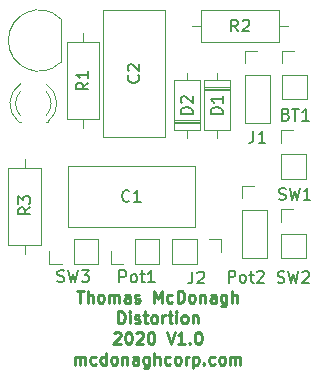
<source format=gbr>
%TF.GenerationSoftware,KiCad,Pcbnew,(5.1.6)-1*%
%TF.CreationDate,2020-10-05T12:39:47-05:00*%
%TF.ProjectId,Distortion,44697374-6f72-4746-996f-6e2e6b696361,rev?*%
%TF.SameCoordinates,Original*%
%TF.FileFunction,Legend,Top*%
%TF.FilePolarity,Positive*%
%FSLAX46Y46*%
G04 Gerber Fmt 4.6, Leading zero omitted, Abs format (unit mm)*
G04 Created by KiCad (PCBNEW (5.1.6)-1) date 2020-10-05 12:39:47*
%MOMM*%
%LPD*%
G01*
G04 APERTURE LIST*
%ADD10C,0.250000*%
%ADD11C,0.120000*%
%ADD12C,0.150000*%
G04 APERTURE END LIST*
D10*
X129032857Y-109222380D02*
X129604285Y-109222380D01*
X129318571Y-110222380D02*
X129318571Y-109222380D01*
X129937619Y-110222380D02*
X129937619Y-109222380D01*
X130366190Y-110222380D02*
X130366190Y-109698571D01*
X130318571Y-109603333D01*
X130223333Y-109555714D01*
X130080476Y-109555714D01*
X129985238Y-109603333D01*
X129937619Y-109650952D01*
X130985238Y-110222380D02*
X130890000Y-110174761D01*
X130842380Y-110127142D01*
X130794761Y-110031904D01*
X130794761Y-109746190D01*
X130842380Y-109650952D01*
X130890000Y-109603333D01*
X130985238Y-109555714D01*
X131128095Y-109555714D01*
X131223333Y-109603333D01*
X131270952Y-109650952D01*
X131318571Y-109746190D01*
X131318571Y-110031904D01*
X131270952Y-110127142D01*
X131223333Y-110174761D01*
X131128095Y-110222380D01*
X130985238Y-110222380D01*
X131747142Y-110222380D02*
X131747142Y-109555714D01*
X131747142Y-109650952D02*
X131794761Y-109603333D01*
X131890000Y-109555714D01*
X132032857Y-109555714D01*
X132128095Y-109603333D01*
X132175714Y-109698571D01*
X132175714Y-110222380D01*
X132175714Y-109698571D02*
X132223333Y-109603333D01*
X132318571Y-109555714D01*
X132461428Y-109555714D01*
X132556666Y-109603333D01*
X132604285Y-109698571D01*
X132604285Y-110222380D01*
X133509047Y-110222380D02*
X133509047Y-109698571D01*
X133461428Y-109603333D01*
X133366190Y-109555714D01*
X133175714Y-109555714D01*
X133080476Y-109603333D01*
X133509047Y-110174761D02*
X133413809Y-110222380D01*
X133175714Y-110222380D01*
X133080476Y-110174761D01*
X133032857Y-110079523D01*
X133032857Y-109984285D01*
X133080476Y-109889047D01*
X133175714Y-109841428D01*
X133413809Y-109841428D01*
X133509047Y-109793809D01*
X133937619Y-110174761D02*
X134032857Y-110222380D01*
X134223333Y-110222380D01*
X134318571Y-110174761D01*
X134366190Y-110079523D01*
X134366190Y-110031904D01*
X134318571Y-109936666D01*
X134223333Y-109889047D01*
X134080476Y-109889047D01*
X133985238Y-109841428D01*
X133937619Y-109746190D01*
X133937619Y-109698571D01*
X133985238Y-109603333D01*
X134080476Y-109555714D01*
X134223333Y-109555714D01*
X134318571Y-109603333D01*
X135556666Y-110222380D02*
X135556666Y-109222380D01*
X135890000Y-109936666D01*
X136223333Y-109222380D01*
X136223333Y-110222380D01*
X137128095Y-110174761D02*
X137032857Y-110222380D01*
X136842380Y-110222380D01*
X136747142Y-110174761D01*
X136699523Y-110127142D01*
X136651904Y-110031904D01*
X136651904Y-109746190D01*
X136699523Y-109650952D01*
X136747142Y-109603333D01*
X136842380Y-109555714D01*
X137032857Y-109555714D01*
X137128095Y-109603333D01*
X137556666Y-110222380D02*
X137556666Y-109222380D01*
X137794761Y-109222380D01*
X137937619Y-109270000D01*
X138032857Y-109365238D01*
X138080476Y-109460476D01*
X138128095Y-109650952D01*
X138128095Y-109793809D01*
X138080476Y-109984285D01*
X138032857Y-110079523D01*
X137937619Y-110174761D01*
X137794761Y-110222380D01*
X137556666Y-110222380D01*
X138699523Y-110222380D02*
X138604285Y-110174761D01*
X138556666Y-110127142D01*
X138509047Y-110031904D01*
X138509047Y-109746190D01*
X138556666Y-109650952D01*
X138604285Y-109603333D01*
X138699523Y-109555714D01*
X138842380Y-109555714D01*
X138937619Y-109603333D01*
X138985238Y-109650952D01*
X139032857Y-109746190D01*
X139032857Y-110031904D01*
X138985238Y-110127142D01*
X138937619Y-110174761D01*
X138842380Y-110222380D01*
X138699523Y-110222380D01*
X139461428Y-109555714D02*
X139461428Y-110222380D01*
X139461428Y-109650952D02*
X139509047Y-109603333D01*
X139604285Y-109555714D01*
X139747142Y-109555714D01*
X139842380Y-109603333D01*
X139890000Y-109698571D01*
X139890000Y-110222380D01*
X140794761Y-110222380D02*
X140794761Y-109698571D01*
X140747142Y-109603333D01*
X140651904Y-109555714D01*
X140461428Y-109555714D01*
X140366190Y-109603333D01*
X140794761Y-110174761D02*
X140699523Y-110222380D01*
X140461428Y-110222380D01*
X140366190Y-110174761D01*
X140318571Y-110079523D01*
X140318571Y-109984285D01*
X140366190Y-109889047D01*
X140461428Y-109841428D01*
X140699523Y-109841428D01*
X140794761Y-109793809D01*
X141699523Y-109555714D02*
X141699523Y-110365238D01*
X141651904Y-110460476D01*
X141604285Y-110508095D01*
X141509047Y-110555714D01*
X141366190Y-110555714D01*
X141270952Y-110508095D01*
X141699523Y-110174761D02*
X141604285Y-110222380D01*
X141413809Y-110222380D01*
X141318571Y-110174761D01*
X141270952Y-110127142D01*
X141223333Y-110031904D01*
X141223333Y-109746190D01*
X141270952Y-109650952D01*
X141318571Y-109603333D01*
X141413809Y-109555714D01*
X141604285Y-109555714D01*
X141699523Y-109603333D01*
X142175714Y-110222380D02*
X142175714Y-109222380D01*
X142604285Y-110222380D02*
X142604285Y-109698571D01*
X142556666Y-109603333D01*
X142461428Y-109555714D01*
X142318571Y-109555714D01*
X142223333Y-109603333D01*
X142175714Y-109650952D01*
X132509047Y-111972380D02*
X132509047Y-110972380D01*
X132747142Y-110972380D01*
X132890000Y-111020000D01*
X132985238Y-111115238D01*
X133032857Y-111210476D01*
X133080476Y-111400952D01*
X133080476Y-111543809D01*
X133032857Y-111734285D01*
X132985238Y-111829523D01*
X132890000Y-111924761D01*
X132747142Y-111972380D01*
X132509047Y-111972380D01*
X133509047Y-111972380D02*
X133509047Y-111305714D01*
X133509047Y-110972380D02*
X133461428Y-111020000D01*
X133509047Y-111067619D01*
X133556666Y-111020000D01*
X133509047Y-110972380D01*
X133509047Y-111067619D01*
X133937619Y-111924761D02*
X134032857Y-111972380D01*
X134223333Y-111972380D01*
X134318571Y-111924761D01*
X134366190Y-111829523D01*
X134366190Y-111781904D01*
X134318571Y-111686666D01*
X134223333Y-111639047D01*
X134080476Y-111639047D01*
X133985238Y-111591428D01*
X133937619Y-111496190D01*
X133937619Y-111448571D01*
X133985238Y-111353333D01*
X134080476Y-111305714D01*
X134223333Y-111305714D01*
X134318571Y-111353333D01*
X134651904Y-111305714D02*
X135032857Y-111305714D01*
X134794761Y-110972380D02*
X134794761Y-111829523D01*
X134842380Y-111924761D01*
X134937619Y-111972380D01*
X135032857Y-111972380D01*
X135509047Y-111972380D02*
X135413809Y-111924761D01*
X135366190Y-111877142D01*
X135318571Y-111781904D01*
X135318571Y-111496190D01*
X135366190Y-111400952D01*
X135413809Y-111353333D01*
X135509047Y-111305714D01*
X135651904Y-111305714D01*
X135747142Y-111353333D01*
X135794761Y-111400952D01*
X135842380Y-111496190D01*
X135842380Y-111781904D01*
X135794761Y-111877142D01*
X135747142Y-111924761D01*
X135651904Y-111972380D01*
X135509047Y-111972380D01*
X136270952Y-111972380D02*
X136270952Y-111305714D01*
X136270952Y-111496190D02*
X136318571Y-111400952D01*
X136366190Y-111353333D01*
X136461428Y-111305714D01*
X136556666Y-111305714D01*
X136747142Y-111305714D02*
X137128095Y-111305714D01*
X136890000Y-110972380D02*
X136890000Y-111829523D01*
X136937619Y-111924761D01*
X137032857Y-111972380D01*
X137128095Y-111972380D01*
X137461428Y-111972380D02*
X137461428Y-111305714D01*
X137461428Y-110972380D02*
X137413809Y-111020000D01*
X137461428Y-111067619D01*
X137509047Y-111020000D01*
X137461428Y-110972380D01*
X137461428Y-111067619D01*
X138080476Y-111972380D02*
X137985238Y-111924761D01*
X137937619Y-111877142D01*
X137890000Y-111781904D01*
X137890000Y-111496190D01*
X137937619Y-111400952D01*
X137985238Y-111353333D01*
X138080476Y-111305714D01*
X138223333Y-111305714D01*
X138318571Y-111353333D01*
X138366190Y-111400952D01*
X138413809Y-111496190D01*
X138413809Y-111781904D01*
X138366190Y-111877142D01*
X138318571Y-111924761D01*
X138223333Y-111972380D01*
X138080476Y-111972380D01*
X138842380Y-111305714D02*
X138842380Y-111972380D01*
X138842380Y-111400952D02*
X138890000Y-111353333D01*
X138985238Y-111305714D01*
X139128095Y-111305714D01*
X139223333Y-111353333D01*
X139270952Y-111448571D01*
X139270952Y-111972380D01*
X132175714Y-112817619D02*
X132223333Y-112770000D01*
X132318571Y-112722380D01*
X132556666Y-112722380D01*
X132651904Y-112770000D01*
X132699523Y-112817619D01*
X132747142Y-112912857D01*
X132747142Y-113008095D01*
X132699523Y-113150952D01*
X132128095Y-113722380D01*
X132747142Y-113722380D01*
X133366190Y-112722380D02*
X133461428Y-112722380D01*
X133556666Y-112770000D01*
X133604285Y-112817619D01*
X133651904Y-112912857D01*
X133699523Y-113103333D01*
X133699523Y-113341428D01*
X133651904Y-113531904D01*
X133604285Y-113627142D01*
X133556666Y-113674761D01*
X133461428Y-113722380D01*
X133366190Y-113722380D01*
X133270952Y-113674761D01*
X133223333Y-113627142D01*
X133175714Y-113531904D01*
X133128095Y-113341428D01*
X133128095Y-113103333D01*
X133175714Y-112912857D01*
X133223333Y-112817619D01*
X133270952Y-112770000D01*
X133366190Y-112722380D01*
X134080476Y-112817619D02*
X134128095Y-112770000D01*
X134223333Y-112722380D01*
X134461428Y-112722380D01*
X134556666Y-112770000D01*
X134604285Y-112817619D01*
X134651904Y-112912857D01*
X134651904Y-113008095D01*
X134604285Y-113150952D01*
X134032857Y-113722380D01*
X134651904Y-113722380D01*
X135270952Y-112722380D02*
X135366190Y-112722380D01*
X135461428Y-112770000D01*
X135509047Y-112817619D01*
X135556666Y-112912857D01*
X135604285Y-113103333D01*
X135604285Y-113341428D01*
X135556666Y-113531904D01*
X135509047Y-113627142D01*
X135461428Y-113674761D01*
X135366190Y-113722380D01*
X135270952Y-113722380D01*
X135175714Y-113674761D01*
X135128095Y-113627142D01*
X135080476Y-113531904D01*
X135032857Y-113341428D01*
X135032857Y-113103333D01*
X135080476Y-112912857D01*
X135128095Y-112817619D01*
X135175714Y-112770000D01*
X135270952Y-112722380D01*
X136651904Y-112722380D02*
X136985238Y-113722380D01*
X137318571Y-112722380D01*
X138175714Y-113722380D02*
X137604285Y-113722380D01*
X137890000Y-113722380D02*
X137890000Y-112722380D01*
X137794761Y-112865238D01*
X137699523Y-112960476D01*
X137604285Y-113008095D01*
X138604285Y-113627142D02*
X138651904Y-113674761D01*
X138604285Y-113722380D01*
X138556666Y-113674761D01*
X138604285Y-113627142D01*
X138604285Y-113722380D01*
X139270952Y-112722380D02*
X139366190Y-112722380D01*
X139461428Y-112770000D01*
X139509047Y-112817619D01*
X139556666Y-112912857D01*
X139604285Y-113103333D01*
X139604285Y-113341428D01*
X139556666Y-113531904D01*
X139509047Y-113627142D01*
X139461428Y-113674761D01*
X139366190Y-113722380D01*
X139270952Y-113722380D01*
X139175714Y-113674761D01*
X139128095Y-113627142D01*
X139080476Y-113531904D01*
X139032857Y-113341428D01*
X139032857Y-113103333D01*
X139080476Y-112912857D01*
X139128095Y-112817619D01*
X139175714Y-112770000D01*
X139270952Y-112722380D01*
X128890000Y-115472380D02*
X128890000Y-114805714D01*
X128890000Y-114900952D02*
X128937619Y-114853333D01*
X129032857Y-114805714D01*
X129175714Y-114805714D01*
X129270952Y-114853333D01*
X129318571Y-114948571D01*
X129318571Y-115472380D01*
X129318571Y-114948571D02*
X129366190Y-114853333D01*
X129461428Y-114805714D01*
X129604285Y-114805714D01*
X129699523Y-114853333D01*
X129747142Y-114948571D01*
X129747142Y-115472380D01*
X130651904Y-115424761D02*
X130556666Y-115472380D01*
X130366190Y-115472380D01*
X130270952Y-115424761D01*
X130223333Y-115377142D01*
X130175714Y-115281904D01*
X130175714Y-114996190D01*
X130223333Y-114900952D01*
X130270952Y-114853333D01*
X130366190Y-114805714D01*
X130556666Y-114805714D01*
X130651904Y-114853333D01*
X131509047Y-115472380D02*
X131509047Y-114472380D01*
X131509047Y-115424761D02*
X131413809Y-115472380D01*
X131223333Y-115472380D01*
X131128095Y-115424761D01*
X131080476Y-115377142D01*
X131032857Y-115281904D01*
X131032857Y-114996190D01*
X131080476Y-114900952D01*
X131128095Y-114853333D01*
X131223333Y-114805714D01*
X131413809Y-114805714D01*
X131509047Y-114853333D01*
X132128095Y-115472380D02*
X132032857Y-115424761D01*
X131985238Y-115377142D01*
X131937619Y-115281904D01*
X131937619Y-114996190D01*
X131985238Y-114900952D01*
X132032857Y-114853333D01*
X132128095Y-114805714D01*
X132270952Y-114805714D01*
X132366190Y-114853333D01*
X132413809Y-114900952D01*
X132461428Y-114996190D01*
X132461428Y-115281904D01*
X132413809Y-115377142D01*
X132366190Y-115424761D01*
X132270952Y-115472380D01*
X132128095Y-115472380D01*
X132890000Y-114805714D02*
X132890000Y-115472380D01*
X132890000Y-114900952D02*
X132937619Y-114853333D01*
X133032857Y-114805714D01*
X133175714Y-114805714D01*
X133270952Y-114853333D01*
X133318571Y-114948571D01*
X133318571Y-115472380D01*
X134223333Y-115472380D02*
X134223333Y-114948571D01*
X134175714Y-114853333D01*
X134080476Y-114805714D01*
X133890000Y-114805714D01*
X133794761Y-114853333D01*
X134223333Y-115424761D02*
X134128095Y-115472380D01*
X133890000Y-115472380D01*
X133794761Y-115424761D01*
X133747142Y-115329523D01*
X133747142Y-115234285D01*
X133794761Y-115139047D01*
X133890000Y-115091428D01*
X134128095Y-115091428D01*
X134223333Y-115043809D01*
X135128095Y-114805714D02*
X135128095Y-115615238D01*
X135080476Y-115710476D01*
X135032857Y-115758095D01*
X134937619Y-115805714D01*
X134794761Y-115805714D01*
X134699523Y-115758095D01*
X135128095Y-115424761D02*
X135032857Y-115472380D01*
X134842380Y-115472380D01*
X134747142Y-115424761D01*
X134699523Y-115377142D01*
X134651904Y-115281904D01*
X134651904Y-114996190D01*
X134699523Y-114900952D01*
X134747142Y-114853333D01*
X134842380Y-114805714D01*
X135032857Y-114805714D01*
X135128095Y-114853333D01*
X135604285Y-115472380D02*
X135604285Y-114472380D01*
X136032857Y-115472380D02*
X136032857Y-114948571D01*
X135985238Y-114853333D01*
X135890000Y-114805714D01*
X135747142Y-114805714D01*
X135651904Y-114853333D01*
X135604285Y-114900952D01*
X136937619Y-115424761D02*
X136842380Y-115472380D01*
X136651904Y-115472380D01*
X136556666Y-115424761D01*
X136509047Y-115377142D01*
X136461428Y-115281904D01*
X136461428Y-114996190D01*
X136509047Y-114900952D01*
X136556666Y-114853333D01*
X136651904Y-114805714D01*
X136842380Y-114805714D01*
X136937619Y-114853333D01*
X137509047Y-115472380D02*
X137413809Y-115424761D01*
X137366190Y-115377142D01*
X137318571Y-115281904D01*
X137318571Y-114996190D01*
X137366190Y-114900952D01*
X137413809Y-114853333D01*
X137509047Y-114805714D01*
X137651904Y-114805714D01*
X137747142Y-114853333D01*
X137794761Y-114900952D01*
X137842380Y-114996190D01*
X137842380Y-115281904D01*
X137794761Y-115377142D01*
X137747142Y-115424761D01*
X137651904Y-115472380D01*
X137509047Y-115472380D01*
X138270952Y-115472380D02*
X138270952Y-114805714D01*
X138270952Y-114996190D02*
X138318571Y-114900952D01*
X138366190Y-114853333D01*
X138461428Y-114805714D01*
X138556666Y-114805714D01*
X138890000Y-114805714D02*
X138890000Y-115805714D01*
X138890000Y-114853333D02*
X138985238Y-114805714D01*
X139175714Y-114805714D01*
X139270952Y-114853333D01*
X139318571Y-114900952D01*
X139366190Y-114996190D01*
X139366190Y-115281904D01*
X139318571Y-115377142D01*
X139270952Y-115424761D01*
X139175714Y-115472380D01*
X138985238Y-115472380D01*
X138890000Y-115424761D01*
X139794761Y-115377142D02*
X139842380Y-115424761D01*
X139794761Y-115472380D01*
X139747142Y-115424761D01*
X139794761Y-115377142D01*
X139794761Y-115472380D01*
X140699523Y-115424761D02*
X140604285Y-115472380D01*
X140413809Y-115472380D01*
X140318571Y-115424761D01*
X140270952Y-115377142D01*
X140223333Y-115281904D01*
X140223333Y-114996190D01*
X140270952Y-114900952D01*
X140318571Y-114853333D01*
X140413809Y-114805714D01*
X140604285Y-114805714D01*
X140699523Y-114853333D01*
X141270952Y-115472380D02*
X141175714Y-115424761D01*
X141128095Y-115377142D01*
X141080476Y-115281904D01*
X141080476Y-114996190D01*
X141128095Y-114900952D01*
X141175714Y-114853333D01*
X141270952Y-114805714D01*
X141413809Y-114805714D01*
X141509047Y-114853333D01*
X141556666Y-114900952D01*
X141604285Y-114996190D01*
X141604285Y-115281904D01*
X141556666Y-115377142D01*
X141509047Y-115424761D01*
X141413809Y-115472380D01*
X141270952Y-115472380D01*
X142032857Y-115472380D02*
X142032857Y-114805714D01*
X142032857Y-114900952D02*
X142080476Y-114853333D01*
X142175714Y-114805714D01*
X142318571Y-114805714D01*
X142413809Y-114853333D01*
X142461428Y-114948571D01*
X142461428Y-115472380D01*
X142461428Y-114948571D02*
X142509047Y-114853333D01*
X142604285Y-114805714D01*
X142747142Y-114805714D01*
X142842380Y-114853333D01*
X142890000Y-114948571D01*
X142890000Y-115472380D01*
D11*
%TO.C,Pot2*%
X143008800Y-100336800D02*
X144068800Y-100336800D01*
X143008800Y-101396800D02*
X143008800Y-100336800D01*
X143008800Y-102396800D02*
X145128800Y-102396800D01*
X145128800Y-102396800D02*
X145128800Y-106456800D01*
X143008800Y-102396800D02*
X143008800Y-106456800D01*
X143008800Y-106456800D02*
X145128800Y-106456800D01*
%TO.C,BT1*%
X146387000Y-93026800D02*
X148507000Y-93026800D01*
X146387000Y-90966800D02*
X146387000Y-93026800D01*
X148507000Y-90966800D02*
X148507000Y-93026800D01*
X146387000Y-90966800D02*
X148507000Y-90966800D01*
X146387000Y-89966800D02*
X146387000Y-88906800D01*
X146387000Y-88906800D02*
X147447000Y-88906800D01*
%TO.C,C1*%
X139015600Y-98624400D02*
X139015600Y-103864400D01*
X128275600Y-98624400D02*
X128275600Y-103864400D01*
X128275600Y-103864400D02*
X139015600Y-103864400D01*
X128275600Y-98624400D02*
X139015600Y-98624400D01*
%TO.C,C2*%
X131263400Y-96184200D02*
X131263400Y-85444200D01*
X136503400Y-96184200D02*
X136503400Y-85444200D01*
X131263400Y-96184200D02*
X136503400Y-96184200D01*
X131263400Y-85444200D02*
X136503400Y-85444200D01*
%TO.C,D1*%
X142039200Y-91402800D02*
X139799200Y-91402800D01*
X139799200Y-91402800D02*
X139799200Y-95642800D01*
X139799200Y-95642800D02*
X142039200Y-95642800D01*
X142039200Y-95642800D02*
X142039200Y-91402800D01*
X140919200Y-90752800D02*
X140919200Y-91402800D01*
X140919200Y-96292800D02*
X140919200Y-95642800D01*
X142039200Y-92122800D02*
X139799200Y-92122800D01*
X142039200Y-92242800D02*
X139799200Y-92242800D01*
X142039200Y-92002800D02*
X139799200Y-92002800D01*
%TO.C,D2*%
X137259200Y-95042800D02*
X139499200Y-95042800D01*
X137259200Y-94802800D02*
X139499200Y-94802800D01*
X137259200Y-94922800D02*
X139499200Y-94922800D01*
X138379200Y-90752800D02*
X138379200Y-91402800D01*
X138379200Y-96292800D02*
X138379200Y-95642800D01*
X137259200Y-91402800D02*
X137259200Y-95642800D01*
X139499200Y-91402800D02*
X137259200Y-91402800D01*
X139499200Y-95642800D02*
X139499200Y-91402800D01*
X137259200Y-95642800D02*
X139499200Y-95642800D01*
%TO.C,J1*%
X143262800Y-95026800D02*
X145382800Y-95026800D01*
X143262800Y-90966800D02*
X143262800Y-95026800D01*
X145382800Y-90966800D02*
X145382800Y-95026800D01*
X143262800Y-90966800D02*
X145382800Y-90966800D01*
X143262800Y-89966800D02*
X143262800Y-88906800D01*
X143262800Y-88906800D02*
X144322800Y-88906800D01*
%TO.C,J2*%
X137122600Y-104858000D02*
X137122600Y-106978000D01*
X139182600Y-104858000D02*
X137122600Y-104858000D01*
X139182600Y-106978000D02*
X137122600Y-106978000D01*
X139182600Y-104858000D02*
X139182600Y-106978000D01*
X140182600Y-104858000D02*
X141242600Y-104858000D01*
X141242600Y-104858000D02*
X141242600Y-105918000D01*
%TO.C,Q1*%
X127681600Y-89836400D02*
X127681600Y-86236400D01*
X127670078Y-89874878D02*
G75*
G02*
X123231600Y-88036400I-1838478J1838478D01*
G01*
X127670078Y-86197922D02*
G75*
G03*
X123231600Y-88036400I-1838478J-1838478D01*
G01*
%TO.C,R1*%
X129540000Y-87400000D02*
X129540000Y-88170000D01*
X129540000Y-95480000D02*
X129540000Y-94710000D01*
X128170000Y-88170000D02*
X128170000Y-94710000D01*
X130910000Y-88170000D02*
X128170000Y-88170000D01*
X130910000Y-94710000D02*
X130910000Y-88170000D01*
X128170000Y-94710000D02*
X130910000Y-94710000D01*
%TO.C,R2*%
X139579600Y-85447200D02*
X139579600Y-88187200D01*
X139579600Y-88187200D02*
X146119600Y-88187200D01*
X146119600Y-88187200D02*
X146119600Y-85447200D01*
X146119600Y-85447200D02*
X139579600Y-85447200D01*
X138809600Y-86817200D02*
X139579600Y-86817200D01*
X146889600Y-86817200D02*
X146119600Y-86817200D01*
%TO.C,Pot1*%
X136029000Y-106952600D02*
X136029000Y-104832600D01*
X133969000Y-106952600D02*
X136029000Y-106952600D01*
X133969000Y-104832600D02*
X136029000Y-104832600D01*
X133969000Y-106952600D02*
X133969000Y-104832600D01*
X132969000Y-106952600D02*
X131909000Y-106952600D01*
X131909000Y-106952600D02*
X131909000Y-105892600D01*
%TO.C,SW1*%
X146310800Y-95612400D02*
X147370800Y-95612400D01*
X146310800Y-96672400D02*
X146310800Y-95612400D01*
X146310800Y-97672400D02*
X148430800Y-97672400D01*
X148430800Y-97672400D02*
X148430800Y-99732400D01*
X146310800Y-97672400D02*
X146310800Y-99732400D01*
X146310800Y-99732400D02*
X148430800Y-99732400D01*
%TO.C,SW2*%
X146285400Y-102318000D02*
X147345400Y-102318000D01*
X146285400Y-103378000D02*
X146285400Y-102318000D01*
X146285400Y-104378000D02*
X148405400Y-104378000D01*
X148405400Y-104378000D02*
X148405400Y-106438000D01*
X146285400Y-104378000D02*
X146285400Y-106438000D01*
X146285400Y-106438000D02*
X148405400Y-106438000D01*
%TO.C,D3*%
X126429000Y-94930400D02*
X126585000Y-94930400D01*
X124113000Y-94930400D02*
X124269000Y-94930400D01*
X124270392Y-91698065D02*
G75*
G03*
X124113484Y-94930400I1078608J-1672335D01*
G01*
X126427608Y-91698065D02*
G75*
G02*
X126584516Y-94930400I-1078608J-1672335D01*
G01*
X124269163Y-92329270D02*
G75*
G03*
X124269000Y-94411361I1079837J-1041130D01*
G01*
X126428837Y-92329270D02*
G75*
G02*
X126429000Y-94411361I-1079837J-1041130D01*
G01*
%TO.C,R3*%
X124612400Y-98042600D02*
X124612400Y-98812600D01*
X124612400Y-106122600D02*
X124612400Y-105352600D01*
X123242400Y-98812600D02*
X123242400Y-105352600D01*
X125982400Y-98812600D02*
X123242400Y-98812600D01*
X125982400Y-105352600D02*
X125982400Y-98812600D01*
X123242400Y-105352600D02*
X125982400Y-105352600D01*
%TO.C,SW3*%
X126702000Y-106952600D02*
X126702000Y-105892600D01*
X127762000Y-106952600D02*
X126702000Y-106952600D01*
X128762000Y-106952600D02*
X128762000Y-104832600D01*
X128762000Y-104832600D02*
X130822000Y-104832600D01*
X128762000Y-106952600D02*
X130822000Y-106952600D01*
X130822000Y-106952600D02*
X130822000Y-104832600D01*
%TO.C,Pot2*%
D12*
X141881409Y-108529380D02*
X141881409Y-107529380D01*
X142262361Y-107529380D01*
X142357600Y-107577000D01*
X142405219Y-107624619D01*
X142452838Y-107719857D01*
X142452838Y-107862714D01*
X142405219Y-107957952D01*
X142357600Y-108005571D01*
X142262361Y-108053190D01*
X141881409Y-108053190D01*
X143024266Y-108529380D02*
X142929028Y-108481761D01*
X142881409Y-108434142D01*
X142833790Y-108338904D01*
X142833790Y-108053190D01*
X142881409Y-107957952D01*
X142929028Y-107910333D01*
X143024266Y-107862714D01*
X143167123Y-107862714D01*
X143262361Y-107910333D01*
X143309980Y-107957952D01*
X143357600Y-108053190D01*
X143357600Y-108338904D01*
X143309980Y-108434142D01*
X143262361Y-108481761D01*
X143167123Y-108529380D01*
X143024266Y-108529380D01*
X143643314Y-107862714D02*
X144024266Y-107862714D01*
X143786171Y-107529380D02*
X143786171Y-108386523D01*
X143833790Y-108481761D01*
X143929028Y-108529380D01*
X144024266Y-108529380D01*
X144309980Y-107624619D02*
X144357600Y-107577000D01*
X144452838Y-107529380D01*
X144690933Y-107529380D01*
X144786171Y-107577000D01*
X144833790Y-107624619D01*
X144881409Y-107719857D01*
X144881409Y-107815095D01*
X144833790Y-107957952D01*
X144262361Y-108529380D01*
X144881409Y-108529380D01*
%TO.C,BT1*%
X146737485Y-94289571D02*
X146880342Y-94337190D01*
X146927961Y-94384809D01*
X146975580Y-94480047D01*
X146975580Y-94622904D01*
X146927961Y-94718142D01*
X146880342Y-94765761D01*
X146785104Y-94813380D01*
X146404152Y-94813380D01*
X146404152Y-93813380D01*
X146737485Y-93813380D01*
X146832723Y-93861000D01*
X146880342Y-93908619D01*
X146927961Y-94003857D01*
X146927961Y-94099095D01*
X146880342Y-94194333D01*
X146832723Y-94241952D01*
X146737485Y-94289571D01*
X146404152Y-94289571D01*
X147261295Y-93813380D02*
X147832723Y-93813380D01*
X147547009Y-94813380D02*
X147547009Y-93813380D01*
X148689866Y-94813380D02*
X148118438Y-94813380D01*
X148404152Y-94813380D02*
X148404152Y-93813380D01*
X148308914Y-93956238D01*
X148213676Y-94051476D01*
X148118438Y-94099095D01*
%TO.C,C1*%
X133478933Y-101595141D02*
X133431314Y-101642760D01*
X133288457Y-101690379D01*
X133193219Y-101690379D01*
X133050361Y-101642760D01*
X132955123Y-101547522D01*
X132907504Y-101452284D01*
X132859885Y-101261808D01*
X132859885Y-101118951D01*
X132907504Y-100928475D01*
X132955123Y-100833237D01*
X133050361Y-100737999D01*
X133193219Y-100690379D01*
X133288457Y-100690379D01*
X133431314Y-100737999D01*
X133478933Y-100785618D01*
X134431314Y-101690379D02*
X133859885Y-101690379D01*
X134145600Y-101690379D02*
X134145600Y-100690379D01*
X134050361Y-100833237D01*
X133955123Y-100928475D01*
X133859885Y-100976094D01*
%TO.C,C2*%
X134240542Y-90980866D02*
X134288161Y-91028485D01*
X134335780Y-91171342D01*
X134335780Y-91266580D01*
X134288161Y-91409438D01*
X134192923Y-91504676D01*
X134097685Y-91552295D01*
X133907209Y-91599914D01*
X133764352Y-91599914D01*
X133573876Y-91552295D01*
X133478638Y-91504676D01*
X133383400Y-91409438D01*
X133335780Y-91266580D01*
X133335780Y-91171342D01*
X133383400Y-91028485D01*
X133431019Y-90980866D01*
X133431019Y-90599914D02*
X133383400Y-90552295D01*
X133335780Y-90457057D01*
X133335780Y-90218961D01*
X133383400Y-90123723D01*
X133431019Y-90076104D01*
X133526257Y-90028485D01*
X133621495Y-90028485D01*
X133764352Y-90076104D01*
X134335780Y-90647533D01*
X134335780Y-90028485D01*
%TO.C,D1*%
X141371580Y-94260895D02*
X140371580Y-94260895D01*
X140371580Y-94022800D01*
X140419200Y-93879942D01*
X140514438Y-93784704D01*
X140609676Y-93737085D01*
X140800152Y-93689466D01*
X140943009Y-93689466D01*
X141133485Y-93737085D01*
X141228723Y-93784704D01*
X141323961Y-93879942D01*
X141371580Y-94022800D01*
X141371580Y-94260895D01*
X141371580Y-92737085D02*
X141371580Y-93308514D01*
X141371580Y-93022800D02*
X140371580Y-93022800D01*
X140514438Y-93118038D01*
X140609676Y-93213276D01*
X140657295Y-93308514D01*
%TO.C,D2*%
X138831580Y-94260895D02*
X137831580Y-94260895D01*
X137831580Y-94022800D01*
X137879200Y-93879942D01*
X137974438Y-93784704D01*
X138069676Y-93737085D01*
X138260152Y-93689466D01*
X138403009Y-93689466D01*
X138593485Y-93737085D01*
X138688723Y-93784704D01*
X138783961Y-93879942D01*
X138831580Y-94022800D01*
X138831580Y-94260895D01*
X137926819Y-93308514D02*
X137879200Y-93260895D01*
X137831580Y-93165657D01*
X137831580Y-92927561D01*
X137879200Y-92832323D01*
X137926819Y-92784704D01*
X138022057Y-92737085D01*
X138117295Y-92737085D01*
X138260152Y-92784704D01*
X138831580Y-93356133D01*
X138831580Y-92737085D01*
%TO.C,J1*%
X143989466Y-95692980D02*
X143989466Y-96407266D01*
X143941847Y-96550123D01*
X143846609Y-96645361D01*
X143703752Y-96692980D01*
X143608514Y-96692980D01*
X144989466Y-96692980D02*
X144418038Y-96692980D01*
X144703752Y-96692980D02*
X144703752Y-95692980D01*
X144608514Y-95835838D01*
X144513276Y-95931076D01*
X144418038Y-95978695D01*
%TO.C,J2*%
X138807866Y-107605580D02*
X138807866Y-108319866D01*
X138760247Y-108462723D01*
X138665009Y-108557961D01*
X138522152Y-108605580D01*
X138426914Y-108605580D01*
X139236438Y-107700819D02*
X139284057Y-107653200D01*
X139379295Y-107605580D01*
X139617390Y-107605580D01*
X139712628Y-107653200D01*
X139760247Y-107700819D01*
X139807866Y-107796057D01*
X139807866Y-107891295D01*
X139760247Y-108034152D01*
X139188819Y-108605580D01*
X139807866Y-108605580D01*
%TO.C,R1*%
X129992380Y-91606666D02*
X129516190Y-91940000D01*
X129992380Y-92178095D02*
X128992380Y-92178095D01*
X128992380Y-91797142D01*
X129040000Y-91701904D01*
X129087619Y-91654285D01*
X129182857Y-91606666D01*
X129325714Y-91606666D01*
X129420952Y-91654285D01*
X129468571Y-91701904D01*
X129516190Y-91797142D01*
X129516190Y-92178095D01*
X129992380Y-90654285D02*
X129992380Y-91225714D01*
X129992380Y-90940000D02*
X128992380Y-90940000D01*
X129135238Y-91035238D01*
X129230476Y-91130476D01*
X129278095Y-91225714D01*
%TO.C,R2*%
X142682933Y-87269580D02*
X142349600Y-86793390D01*
X142111504Y-87269580D02*
X142111504Y-86269580D01*
X142492457Y-86269580D01*
X142587695Y-86317200D01*
X142635314Y-86364819D01*
X142682933Y-86460057D01*
X142682933Y-86602914D01*
X142635314Y-86698152D01*
X142587695Y-86745771D01*
X142492457Y-86793390D01*
X142111504Y-86793390D01*
X143063885Y-86364819D02*
X143111504Y-86317200D01*
X143206742Y-86269580D01*
X143444838Y-86269580D01*
X143540076Y-86317200D01*
X143587695Y-86364819D01*
X143635314Y-86460057D01*
X143635314Y-86555295D01*
X143587695Y-86698152D01*
X143016266Y-87269580D01*
X143635314Y-87269580D01*
%TO.C,Pot1*%
X132635809Y-108503980D02*
X132635809Y-107503980D01*
X133016761Y-107503980D01*
X133112000Y-107551600D01*
X133159619Y-107599219D01*
X133207238Y-107694457D01*
X133207238Y-107837314D01*
X133159619Y-107932552D01*
X133112000Y-107980171D01*
X133016761Y-108027790D01*
X132635809Y-108027790D01*
X133778666Y-108503980D02*
X133683428Y-108456361D01*
X133635809Y-108408742D01*
X133588190Y-108313504D01*
X133588190Y-108027790D01*
X133635809Y-107932552D01*
X133683428Y-107884933D01*
X133778666Y-107837314D01*
X133921523Y-107837314D01*
X134016761Y-107884933D01*
X134064380Y-107932552D01*
X134112000Y-108027790D01*
X134112000Y-108313504D01*
X134064380Y-108408742D01*
X134016761Y-108456361D01*
X133921523Y-108503980D01*
X133778666Y-108503980D01*
X134397714Y-107837314D02*
X134778666Y-107837314D01*
X134540571Y-107503980D02*
X134540571Y-108361123D01*
X134588190Y-108456361D01*
X134683428Y-108503980D01*
X134778666Y-108503980D01*
X135635809Y-108503980D02*
X135064380Y-108503980D01*
X135350095Y-108503980D02*
X135350095Y-107503980D01*
X135254857Y-107646838D01*
X135159619Y-107742076D01*
X135064380Y-107789695D01*
%TO.C,SW1*%
X146139066Y-101471361D02*
X146281923Y-101518980D01*
X146520019Y-101518980D01*
X146615257Y-101471361D01*
X146662876Y-101423742D01*
X146710495Y-101328504D01*
X146710495Y-101233266D01*
X146662876Y-101138028D01*
X146615257Y-101090409D01*
X146520019Y-101042790D01*
X146329542Y-100995171D01*
X146234304Y-100947552D01*
X146186685Y-100899933D01*
X146139066Y-100804695D01*
X146139066Y-100709457D01*
X146186685Y-100614219D01*
X146234304Y-100566600D01*
X146329542Y-100518980D01*
X146567638Y-100518980D01*
X146710495Y-100566600D01*
X147043828Y-100518980D02*
X147281923Y-101518980D01*
X147472400Y-100804695D01*
X147662876Y-101518980D01*
X147900971Y-100518980D01*
X148805733Y-101518980D02*
X148234304Y-101518980D01*
X148520019Y-101518980D02*
X148520019Y-100518980D01*
X148424780Y-100661838D01*
X148329542Y-100757076D01*
X148234304Y-100804695D01*
%TO.C,SW2*%
X146037466Y-108507161D02*
X146180323Y-108554780D01*
X146418419Y-108554780D01*
X146513657Y-108507161D01*
X146561276Y-108459542D01*
X146608895Y-108364304D01*
X146608895Y-108269066D01*
X146561276Y-108173828D01*
X146513657Y-108126209D01*
X146418419Y-108078590D01*
X146227942Y-108030971D01*
X146132704Y-107983352D01*
X146085085Y-107935733D01*
X146037466Y-107840495D01*
X146037466Y-107745257D01*
X146085085Y-107650019D01*
X146132704Y-107602400D01*
X146227942Y-107554780D01*
X146466038Y-107554780D01*
X146608895Y-107602400D01*
X146942228Y-107554780D02*
X147180323Y-108554780D01*
X147370800Y-107840495D01*
X147561276Y-108554780D01*
X147799371Y-107554780D01*
X148132704Y-107650019D02*
X148180323Y-107602400D01*
X148275561Y-107554780D01*
X148513657Y-107554780D01*
X148608895Y-107602400D01*
X148656514Y-107650019D01*
X148704133Y-107745257D01*
X148704133Y-107840495D01*
X148656514Y-107983352D01*
X148085085Y-108554780D01*
X148704133Y-108554780D01*
%TO.C,R3*%
X125090180Y-102173066D02*
X124613990Y-102506400D01*
X125090180Y-102744495D02*
X124090180Y-102744495D01*
X124090180Y-102363542D01*
X124137800Y-102268304D01*
X124185419Y-102220685D01*
X124280657Y-102173066D01*
X124423514Y-102173066D01*
X124518752Y-102220685D01*
X124566371Y-102268304D01*
X124613990Y-102363542D01*
X124613990Y-102744495D01*
X124090180Y-101839733D02*
X124090180Y-101220685D01*
X124471133Y-101554019D01*
X124471133Y-101411161D01*
X124518752Y-101315923D01*
X124566371Y-101268304D01*
X124661609Y-101220685D01*
X124899704Y-101220685D01*
X124994942Y-101268304D01*
X125042561Y-101315923D01*
X125090180Y-101411161D01*
X125090180Y-101696876D01*
X125042561Y-101792114D01*
X124994942Y-101839733D01*
%TO.C,SW3*%
X127393866Y-108430961D02*
X127536723Y-108478580D01*
X127774819Y-108478580D01*
X127870057Y-108430961D01*
X127917676Y-108383342D01*
X127965295Y-108288104D01*
X127965295Y-108192866D01*
X127917676Y-108097628D01*
X127870057Y-108050009D01*
X127774819Y-108002390D01*
X127584342Y-107954771D01*
X127489104Y-107907152D01*
X127441485Y-107859533D01*
X127393866Y-107764295D01*
X127393866Y-107669057D01*
X127441485Y-107573819D01*
X127489104Y-107526200D01*
X127584342Y-107478580D01*
X127822438Y-107478580D01*
X127965295Y-107526200D01*
X128298628Y-107478580D02*
X128536723Y-108478580D01*
X128727200Y-107764295D01*
X128917676Y-108478580D01*
X129155771Y-107478580D01*
X129441485Y-107478580D02*
X130060533Y-107478580D01*
X129727200Y-107859533D01*
X129870057Y-107859533D01*
X129965295Y-107907152D01*
X130012914Y-107954771D01*
X130060533Y-108050009D01*
X130060533Y-108288104D01*
X130012914Y-108383342D01*
X129965295Y-108430961D01*
X129870057Y-108478580D01*
X129584342Y-108478580D01*
X129489104Y-108430961D01*
X129441485Y-108383342D01*
%TD*%
M02*

</source>
